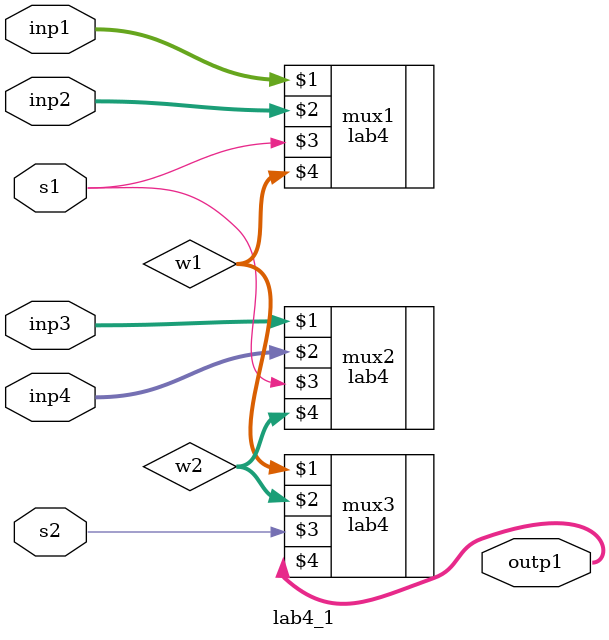
<source format=v>
`timescale 1ns / 1ps

module lab4_1(inp1,inp2,inp3,inp4,s1,s2,outp1);

input [7:0] inp1,inp2,inp3,inp4;
input s1,s2;
output [7:0] outp1;

wire [7:0] w1,w2;

lab4 mux1(inp1,inp2,s1,w1);
lab4 mux2(inp3,inp4,s1,w2);
lab4 mux3(w1,w2,s2,outp1);

endmodule

</source>
